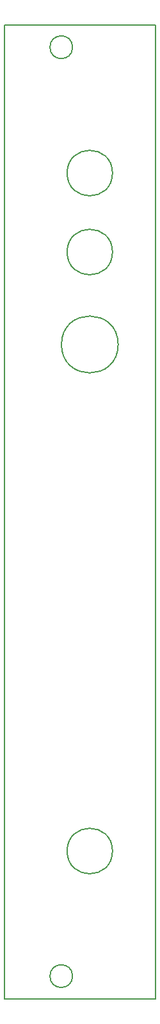
<source format=gko>
G04 #@! TF.GenerationSoftware,KiCad,Pcbnew,5.1.7-a382d34a8~87~ubuntu18.04.1*
G04 #@! TF.CreationDate,2021-01-14T14:32:31+00:00*
G04 #@! TF.ProjectId,4hp-2180-vca,3468702d-3231-4383-902d-7663612e6b69,rev?*
G04 #@! TF.SameCoordinates,Original*
G04 #@! TF.FileFunction,Profile,NP*
%FSLAX46Y46*%
G04 Gerber Fmt 4.6, Leading zero omitted, Abs format (unit mm)*
G04 Created by KiCad (PCBNEW 5.1.7-a382d34a8~87~ubuntu18.04.1) date 2021-01-14 14:32:31*
%MOMM*%
%LPD*%
G01*
G04 APERTURE LIST*
G04 #@! TA.AperFunction,Profile*
%ADD10C,0.200000*%
G04 #@! TD*
G04 APERTURE END LIST*
D10*
X68873830Y-163510000D02*
X68873830Y-35110000D01*
X68873830Y-35110000D02*
X88853830Y-35110000D01*
X88853830Y-163510000D02*
X68873830Y-163510000D01*
X83898830Y-77212000D02*
G75*
G03*
X83898830Y-77212000I-3750000J0D01*
G01*
X83148830Y-144014000D02*
G75*
G03*
X83148830Y-144014000I-3000000J0D01*
G01*
X77873830Y-160510000D02*
G75*
G03*
X77873830Y-160510000I-1500000J0D01*
G01*
X77873830Y-38010000D02*
G75*
G03*
X77873830Y-38010000I-1500000J0D01*
G01*
X88853830Y-35110000D02*
X88853830Y-163510000D01*
X83148830Y-65020000D02*
G75*
G03*
X83148830Y-65020000I-3000000J0D01*
G01*
X83148830Y-54606000D02*
G75*
G03*
X83148830Y-54606000I-3000000J0D01*
G01*
M02*

</source>
